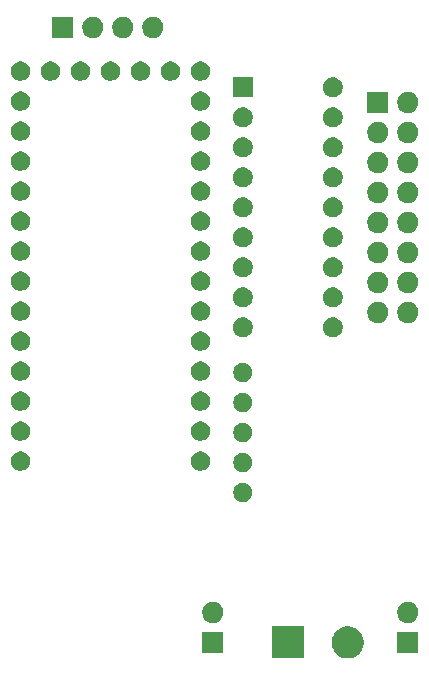
<source format=gbr>
G04 #@! TF.GenerationSoftware,KiCad,Pcbnew,(5.1.5)-3*
G04 #@! TF.CreationDate,2020-04-07T17:58:51+02:00*
G04 #@! TF.ProjectId,DrSquigglesController,44725371-7569-4676-976c-6573436f6e74,rev?*
G04 #@! TF.SameCoordinates,Original*
G04 #@! TF.FileFunction,Soldermask,Bot*
G04 #@! TF.FilePolarity,Negative*
%FSLAX46Y46*%
G04 Gerber Fmt 4.6, Leading zero omitted, Abs format (unit mm)*
G04 Created by KiCad (PCBNEW (5.1.5)-3) date 2020-04-07 17:58:51*
%MOMM*%
%LPD*%
G04 APERTURE LIST*
%ADD10C,0.100000*%
G04 APERTURE END LIST*
D10*
G36*
X136284072Y-110460918D02*
G01*
X136529939Y-110562759D01*
X136751212Y-110710610D01*
X136939390Y-110898788D01*
X137087241Y-111120061D01*
X137189082Y-111365928D01*
X137241000Y-111626938D01*
X137241000Y-111893062D01*
X137189082Y-112154072D01*
X137087241Y-112399939D01*
X136939390Y-112621212D01*
X136751212Y-112809390D01*
X136529939Y-112957241D01*
X136529938Y-112957242D01*
X136529937Y-112957242D01*
X136284072Y-113059082D01*
X136023063Y-113111000D01*
X135756937Y-113111000D01*
X135495928Y-113059082D01*
X135250063Y-112957242D01*
X135250062Y-112957242D01*
X135250061Y-112957241D01*
X135028788Y-112809390D01*
X134840610Y-112621212D01*
X134692759Y-112399939D01*
X134590918Y-112154072D01*
X134539000Y-111893062D01*
X134539000Y-111626938D01*
X134590918Y-111365928D01*
X134692759Y-111120061D01*
X134840610Y-110898788D01*
X135028788Y-110710610D01*
X135250061Y-110562759D01*
X135495928Y-110460918D01*
X135756937Y-110409000D01*
X136023063Y-110409000D01*
X136284072Y-110460918D01*
G37*
G36*
X132161000Y-113111000D02*
G01*
X129459000Y-113111000D01*
X129459000Y-110409000D01*
X132161000Y-110409000D01*
X132161000Y-113111000D01*
G37*
G36*
X125361000Y-112661000D02*
G01*
X123559000Y-112661000D01*
X123559000Y-110859000D01*
X125361000Y-110859000D01*
X125361000Y-112661000D01*
G37*
G36*
X141871000Y-112661000D02*
G01*
X140069000Y-112661000D01*
X140069000Y-110859000D01*
X141871000Y-110859000D01*
X141871000Y-112661000D01*
G37*
G36*
X141083512Y-108323927D02*
G01*
X141232812Y-108353624D01*
X141396784Y-108421544D01*
X141544354Y-108520147D01*
X141669853Y-108645646D01*
X141768456Y-108793216D01*
X141836376Y-108957188D01*
X141871000Y-109131259D01*
X141871000Y-109308741D01*
X141836376Y-109482812D01*
X141768456Y-109646784D01*
X141669853Y-109794354D01*
X141544354Y-109919853D01*
X141396784Y-110018456D01*
X141232812Y-110086376D01*
X141083512Y-110116073D01*
X141058742Y-110121000D01*
X140881258Y-110121000D01*
X140856488Y-110116073D01*
X140707188Y-110086376D01*
X140543216Y-110018456D01*
X140395646Y-109919853D01*
X140270147Y-109794354D01*
X140171544Y-109646784D01*
X140103624Y-109482812D01*
X140069000Y-109308741D01*
X140069000Y-109131259D01*
X140103624Y-108957188D01*
X140171544Y-108793216D01*
X140270147Y-108645646D01*
X140395646Y-108520147D01*
X140543216Y-108421544D01*
X140707188Y-108353624D01*
X140856488Y-108323927D01*
X140881258Y-108319000D01*
X141058742Y-108319000D01*
X141083512Y-108323927D01*
G37*
G36*
X124573512Y-108323927D02*
G01*
X124722812Y-108353624D01*
X124886784Y-108421544D01*
X125034354Y-108520147D01*
X125159853Y-108645646D01*
X125258456Y-108793216D01*
X125326376Y-108957188D01*
X125361000Y-109131259D01*
X125361000Y-109308741D01*
X125326376Y-109482812D01*
X125258456Y-109646784D01*
X125159853Y-109794354D01*
X125034354Y-109919853D01*
X124886784Y-110018456D01*
X124722812Y-110086376D01*
X124573512Y-110116073D01*
X124548742Y-110121000D01*
X124371258Y-110121000D01*
X124346488Y-110116073D01*
X124197188Y-110086376D01*
X124033216Y-110018456D01*
X123885646Y-109919853D01*
X123760147Y-109794354D01*
X123661544Y-109646784D01*
X123593624Y-109482812D01*
X123559000Y-109308741D01*
X123559000Y-109131259D01*
X123593624Y-108957188D01*
X123661544Y-108793216D01*
X123760147Y-108645646D01*
X123885646Y-108520147D01*
X124033216Y-108421544D01*
X124197188Y-108353624D01*
X124346488Y-108323927D01*
X124371258Y-108319000D01*
X124548742Y-108319000D01*
X124573512Y-108323927D01*
G37*
G36*
X127237142Y-98278242D02*
G01*
X127385101Y-98339529D01*
X127518255Y-98428499D01*
X127631501Y-98541745D01*
X127720471Y-98674899D01*
X127781758Y-98822858D01*
X127813000Y-98979925D01*
X127813000Y-99140075D01*
X127781758Y-99297142D01*
X127720471Y-99445101D01*
X127631501Y-99578255D01*
X127518255Y-99691501D01*
X127385101Y-99780471D01*
X127237142Y-99841758D01*
X127080075Y-99873000D01*
X126919925Y-99873000D01*
X126762858Y-99841758D01*
X126614899Y-99780471D01*
X126481745Y-99691501D01*
X126368499Y-99578255D01*
X126279529Y-99445101D01*
X126218242Y-99297142D01*
X126187000Y-99140075D01*
X126187000Y-98979925D01*
X126218242Y-98822858D01*
X126279529Y-98674899D01*
X126368499Y-98541745D01*
X126481745Y-98428499D01*
X126614899Y-98339529D01*
X126762858Y-98278242D01*
X126919925Y-98247000D01*
X127080075Y-98247000D01*
X127237142Y-98278242D01*
G37*
G36*
X127237142Y-95738242D02*
G01*
X127385101Y-95799529D01*
X127518255Y-95888499D01*
X127631501Y-96001745D01*
X127720471Y-96134899D01*
X127781758Y-96282858D01*
X127813000Y-96439925D01*
X127813000Y-96600075D01*
X127781758Y-96757142D01*
X127720471Y-96905101D01*
X127631501Y-97038255D01*
X127518255Y-97151501D01*
X127385101Y-97240471D01*
X127237142Y-97301758D01*
X127080075Y-97333000D01*
X126919925Y-97333000D01*
X126762858Y-97301758D01*
X126614899Y-97240471D01*
X126481745Y-97151501D01*
X126368499Y-97038255D01*
X126279529Y-96905101D01*
X126218242Y-96757142D01*
X126187000Y-96600075D01*
X126187000Y-96439925D01*
X126218242Y-96282858D01*
X126279529Y-96134899D01*
X126368499Y-96001745D01*
X126481745Y-95888499D01*
X126614899Y-95799529D01*
X126762858Y-95738242D01*
X126919925Y-95707000D01*
X127080075Y-95707000D01*
X127237142Y-95738242D01*
G37*
G36*
X108414141Y-95625241D02*
G01*
X108562100Y-95686528D01*
X108695254Y-95775498D01*
X108808500Y-95888744D01*
X108897470Y-96021898D01*
X108958757Y-96169857D01*
X108989999Y-96326924D01*
X108989999Y-96487074D01*
X108958757Y-96644141D01*
X108897470Y-96792100D01*
X108808500Y-96925254D01*
X108695254Y-97038500D01*
X108562100Y-97127470D01*
X108414141Y-97188757D01*
X108257074Y-97219999D01*
X108096924Y-97219999D01*
X107939857Y-97188757D01*
X107791898Y-97127470D01*
X107658744Y-97038500D01*
X107545498Y-96925254D01*
X107456528Y-96792100D01*
X107395241Y-96644141D01*
X107363999Y-96487074D01*
X107363999Y-96326924D01*
X107395241Y-96169857D01*
X107456528Y-96021898D01*
X107545498Y-95888744D01*
X107658744Y-95775498D01*
X107791898Y-95686528D01*
X107939857Y-95625241D01*
X108096924Y-95593999D01*
X108257074Y-95593999D01*
X108414141Y-95625241D01*
G37*
G36*
X123654141Y-95625241D02*
G01*
X123802100Y-95686528D01*
X123935254Y-95775498D01*
X124048500Y-95888744D01*
X124137470Y-96021898D01*
X124198757Y-96169857D01*
X124229999Y-96326924D01*
X124229999Y-96487074D01*
X124198757Y-96644141D01*
X124137470Y-96792100D01*
X124048500Y-96925254D01*
X123935254Y-97038500D01*
X123802100Y-97127470D01*
X123654141Y-97188757D01*
X123497074Y-97219999D01*
X123336924Y-97219999D01*
X123179857Y-97188757D01*
X123031898Y-97127470D01*
X122898744Y-97038500D01*
X122785498Y-96925254D01*
X122696528Y-96792100D01*
X122635241Y-96644141D01*
X122603999Y-96487074D01*
X122603999Y-96326924D01*
X122635241Y-96169857D01*
X122696528Y-96021898D01*
X122785498Y-95888744D01*
X122898744Y-95775498D01*
X123031898Y-95686528D01*
X123179857Y-95625241D01*
X123336924Y-95593999D01*
X123497074Y-95593999D01*
X123654141Y-95625241D01*
G37*
G36*
X127237142Y-93198242D02*
G01*
X127385101Y-93259529D01*
X127518255Y-93348499D01*
X127631501Y-93461745D01*
X127720471Y-93594899D01*
X127781758Y-93742858D01*
X127813000Y-93899925D01*
X127813000Y-94060075D01*
X127781758Y-94217142D01*
X127720471Y-94365101D01*
X127631501Y-94498255D01*
X127518255Y-94611501D01*
X127385101Y-94700471D01*
X127237142Y-94761758D01*
X127080075Y-94793000D01*
X126919925Y-94793000D01*
X126762858Y-94761758D01*
X126614899Y-94700471D01*
X126481745Y-94611501D01*
X126368499Y-94498255D01*
X126279529Y-94365101D01*
X126218242Y-94217142D01*
X126187000Y-94060075D01*
X126187000Y-93899925D01*
X126218242Y-93742858D01*
X126279529Y-93594899D01*
X126368499Y-93461745D01*
X126481745Y-93348499D01*
X126614899Y-93259529D01*
X126762858Y-93198242D01*
X126919925Y-93167000D01*
X127080075Y-93167000D01*
X127237142Y-93198242D01*
G37*
G36*
X123654141Y-93085241D02*
G01*
X123802100Y-93146528D01*
X123935254Y-93235498D01*
X124048500Y-93348744D01*
X124137470Y-93481898D01*
X124198757Y-93629857D01*
X124229999Y-93786924D01*
X124229999Y-93947074D01*
X124198757Y-94104141D01*
X124137470Y-94252100D01*
X124048500Y-94385254D01*
X123935254Y-94498500D01*
X123802100Y-94587470D01*
X123654141Y-94648757D01*
X123497074Y-94679999D01*
X123336924Y-94679999D01*
X123179857Y-94648757D01*
X123031898Y-94587470D01*
X122898744Y-94498500D01*
X122785498Y-94385254D01*
X122696528Y-94252100D01*
X122635241Y-94104141D01*
X122603999Y-93947074D01*
X122603999Y-93786924D01*
X122635241Y-93629857D01*
X122696528Y-93481898D01*
X122785498Y-93348744D01*
X122898744Y-93235498D01*
X123031898Y-93146528D01*
X123179857Y-93085241D01*
X123336924Y-93053999D01*
X123497074Y-93053999D01*
X123654141Y-93085241D01*
G37*
G36*
X108414141Y-93085241D02*
G01*
X108562100Y-93146528D01*
X108695254Y-93235498D01*
X108808500Y-93348744D01*
X108897470Y-93481898D01*
X108958757Y-93629857D01*
X108989999Y-93786924D01*
X108989999Y-93947074D01*
X108958757Y-94104141D01*
X108897470Y-94252100D01*
X108808500Y-94385254D01*
X108695254Y-94498500D01*
X108562100Y-94587470D01*
X108414141Y-94648757D01*
X108257074Y-94679999D01*
X108096924Y-94679999D01*
X107939857Y-94648757D01*
X107791898Y-94587470D01*
X107658744Y-94498500D01*
X107545498Y-94385254D01*
X107456528Y-94252100D01*
X107395241Y-94104141D01*
X107363999Y-93947074D01*
X107363999Y-93786924D01*
X107395241Y-93629857D01*
X107456528Y-93481898D01*
X107545498Y-93348744D01*
X107658744Y-93235498D01*
X107791898Y-93146528D01*
X107939857Y-93085241D01*
X108096924Y-93053999D01*
X108257074Y-93053999D01*
X108414141Y-93085241D01*
G37*
G36*
X127237142Y-90658242D02*
G01*
X127385101Y-90719529D01*
X127518255Y-90808499D01*
X127631501Y-90921745D01*
X127720471Y-91054899D01*
X127781758Y-91202858D01*
X127813000Y-91359925D01*
X127813000Y-91520075D01*
X127781758Y-91677142D01*
X127720471Y-91825101D01*
X127631501Y-91958255D01*
X127518255Y-92071501D01*
X127385101Y-92160471D01*
X127237142Y-92221758D01*
X127080075Y-92253000D01*
X126919925Y-92253000D01*
X126762858Y-92221758D01*
X126614899Y-92160471D01*
X126481745Y-92071501D01*
X126368499Y-91958255D01*
X126279529Y-91825101D01*
X126218242Y-91677142D01*
X126187000Y-91520075D01*
X126187000Y-91359925D01*
X126218242Y-91202858D01*
X126279529Y-91054899D01*
X126368499Y-90921745D01*
X126481745Y-90808499D01*
X126614899Y-90719529D01*
X126762858Y-90658242D01*
X126919925Y-90627000D01*
X127080075Y-90627000D01*
X127237142Y-90658242D01*
G37*
G36*
X108414141Y-90545241D02*
G01*
X108562100Y-90606528D01*
X108695254Y-90695498D01*
X108808500Y-90808744D01*
X108897470Y-90941898D01*
X108958757Y-91089857D01*
X108989999Y-91246924D01*
X108989999Y-91407074D01*
X108958757Y-91564141D01*
X108897470Y-91712100D01*
X108808500Y-91845254D01*
X108695254Y-91958500D01*
X108562100Y-92047470D01*
X108414141Y-92108757D01*
X108257074Y-92139999D01*
X108096924Y-92139999D01*
X107939857Y-92108757D01*
X107791898Y-92047470D01*
X107658744Y-91958500D01*
X107545498Y-91845254D01*
X107456528Y-91712100D01*
X107395241Y-91564141D01*
X107363999Y-91407074D01*
X107363999Y-91246924D01*
X107395241Y-91089857D01*
X107456528Y-90941898D01*
X107545498Y-90808744D01*
X107658744Y-90695498D01*
X107791898Y-90606528D01*
X107939857Y-90545241D01*
X108096924Y-90513999D01*
X108257074Y-90513999D01*
X108414141Y-90545241D01*
G37*
G36*
X123654141Y-90545241D02*
G01*
X123802100Y-90606528D01*
X123935254Y-90695498D01*
X124048500Y-90808744D01*
X124137470Y-90941898D01*
X124198757Y-91089857D01*
X124229999Y-91246924D01*
X124229999Y-91407074D01*
X124198757Y-91564141D01*
X124137470Y-91712100D01*
X124048500Y-91845254D01*
X123935254Y-91958500D01*
X123802100Y-92047470D01*
X123654141Y-92108757D01*
X123497074Y-92139999D01*
X123336924Y-92139999D01*
X123179857Y-92108757D01*
X123031898Y-92047470D01*
X122898744Y-91958500D01*
X122785498Y-91845254D01*
X122696528Y-91712100D01*
X122635241Y-91564141D01*
X122603999Y-91407074D01*
X122603999Y-91246924D01*
X122635241Y-91089857D01*
X122696528Y-90941898D01*
X122785498Y-90808744D01*
X122898744Y-90695498D01*
X123031898Y-90606528D01*
X123179857Y-90545241D01*
X123336924Y-90513999D01*
X123497074Y-90513999D01*
X123654141Y-90545241D01*
G37*
G36*
X127237142Y-88118242D02*
G01*
X127385101Y-88179529D01*
X127518255Y-88268499D01*
X127631501Y-88381745D01*
X127720471Y-88514899D01*
X127781758Y-88662858D01*
X127813000Y-88819925D01*
X127813000Y-88980075D01*
X127781758Y-89137142D01*
X127720471Y-89285101D01*
X127631501Y-89418255D01*
X127518255Y-89531501D01*
X127385101Y-89620471D01*
X127237142Y-89681758D01*
X127080075Y-89713000D01*
X126919925Y-89713000D01*
X126762858Y-89681758D01*
X126614899Y-89620471D01*
X126481745Y-89531501D01*
X126368499Y-89418255D01*
X126279529Y-89285101D01*
X126218242Y-89137142D01*
X126187000Y-88980075D01*
X126187000Y-88819925D01*
X126218242Y-88662858D01*
X126279529Y-88514899D01*
X126368499Y-88381745D01*
X126481745Y-88268499D01*
X126614899Y-88179529D01*
X126762858Y-88118242D01*
X126919925Y-88087000D01*
X127080075Y-88087000D01*
X127237142Y-88118242D01*
G37*
G36*
X108414141Y-88005241D02*
G01*
X108562100Y-88066528D01*
X108695254Y-88155498D01*
X108808500Y-88268744D01*
X108897470Y-88401898D01*
X108958757Y-88549857D01*
X108989999Y-88706924D01*
X108989999Y-88867074D01*
X108958757Y-89024141D01*
X108897470Y-89172100D01*
X108808500Y-89305254D01*
X108695254Y-89418500D01*
X108562100Y-89507470D01*
X108414141Y-89568757D01*
X108257074Y-89599999D01*
X108096924Y-89599999D01*
X107939857Y-89568757D01*
X107791898Y-89507470D01*
X107658744Y-89418500D01*
X107545498Y-89305254D01*
X107456528Y-89172100D01*
X107395241Y-89024141D01*
X107363999Y-88867074D01*
X107363999Y-88706924D01*
X107395241Y-88549857D01*
X107456528Y-88401898D01*
X107545498Y-88268744D01*
X107658744Y-88155498D01*
X107791898Y-88066528D01*
X107939857Y-88005241D01*
X108096924Y-87973999D01*
X108257074Y-87973999D01*
X108414141Y-88005241D01*
G37*
G36*
X123654141Y-88005241D02*
G01*
X123802100Y-88066528D01*
X123935254Y-88155498D01*
X124048500Y-88268744D01*
X124137470Y-88401898D01*
X124198757Y-88549857D01*
X124229999Y-88706924D01*
X124229999Y-88867074D01*
X124198757Y-89024141D01*
X124137470Y-89172100D01*
X124048500Y-89305254D01*
X123935254Y-89418500D01*
X123802100Y-89507470D01*
X123654141Y-89568757D01*
X123497074Y-89599999D01*
X123336924Y-89599999D01*
X123179857Y-89568757D01*
X123031898Y-89507470D01*
X122898744Y-89418500D01*
X122785498Y-89305254D01*
X122696528Y-89172100D01*
X122635241Y-89024141D01*
X122603999Y-88867074D01*
X122603999Y-88706924D01*
X122635241Y-88549857D01*
X122696528Y-88401898D01*
X122785498Y-88268744D01*
X122898744Y-88155498D01*
X123031898Y-88066528D01*
X123179857Y-88005241D01*
X123336924Y-87973999D01*
X123497074Y-87973999D01*
X123654141Y-88005241D01*
G37*
G36*
X123654141Y-85465241D02*
G01*
X123802100Y-85526528D01*
X123935254Y-85615498D01*
X124048500Y-85728744D01*
X124137470Y-85861898D01*
X124198757Y-86009857D01*
X124229999Y-86166924D01*
X124229999Y-86327074D01*
X124198757Y-86484141D01*
X124137470Y-86632100D01*
X124048500Y-86765254D01*
X123935254Y-86878500D01*
X123802100Y-86967470D01*
X123654141Y-87028757D01*
X123497074Y-87059999D01*
X123336924Y-87059999D01*
X123179857Y-87028757D01*
X123031898Y-86967470D01*
X122898744Y-86878500D01*
X122785498Y-86765254D01*
X122696528Y-86632100D01*
X122635241Y-86484141D01*
X122603999Y-86327074D01*
X122603999Y-86166924D01*
X122635241Y-86009857D01*
X122696528Y-85861898D01*
X122785498Y-85728744D01*
X122898744Y-85615498D01*
X123031898Y-85526528D01*
X123179857Y-85465241D01*
X123336924Y-85433999D01*
X123497074Y-85433999D01*
X123654141Y-85465241D01*
G37*
G36*
X108414141Y-85465241D02*
G01*
X108562100Y-85526528D01*
X108695254Y-85615498D01*
X108808500Y-85728744D01*
X108897470Y-85861898D01*
X108958757Y-86009857D01*
X108989999Y-86166924D01*
X108989999Y-86327074D01*
X108958757Y-86484141D01*
X108897470Y-86632100D01*
X108808500Y-86765254D01*
X108695254Y-86878500D01*
X108562100Y-86967470D01*
X108414141Y-87028757D01*
X108257074Y-87059999D01*
X108096924Y-87059999D01*
X107939857Y-87028757D01*
X107791898Y-86967470D01*
X107658744Y-86878500D01*
X107545498Y-86765254D01*
X107456528Y-86632100D01*
X107395241Y-86484141D01*
X107363999Y-86327074D01*
X107363999Y-86166924D01*
X107395241Y-86009857D01*
X107456528Y-85861898D01*
X107545498Y-85728744D01*
X107658744Y-85615498D01*
X107791898Y-85526528D01*
X107939857Y-85465241D01*
X108096924Y-85433999D01*
X108257074Y-85433999D01*
X108414141Y-85465241D01*
G37*
G36*
X127248228Y-84271703D02*
G01*
X127403100Y-84335853D01*
X127542481Y-84428985D01*
X127661015Y-84547519D01*
X127754147Y-84686900D01*
X127818297Y-84841772D01*
X127851000Y-85006184D01*
X127851000Y-85173816D01*
X127818297Y-85338228D01*
X127754147Y-85493100D01*
X127661015Y-85632481D01*
X127542481Y-85751015D01*
X127403100Y-85844147D01*
X127248228Y-85908297D01*
X127083816Y-85941000D01*
X126916184Y-85941000D01*
X126751772Y-85908297D01*
X126596900Y-85844147D01*
X126457519Y-85751015D01*
X126338985Y-85632481D01*
X126245853Y-85493100D01*
X126181703Y-85338228D01*
X126149000Y-85173816D01*
X126149000Y-85006184D01*
X126181703Y-84841772D01*
X126245853Y-84686900D01*
X126338985Y-84547519D01*
X126457519Y-84428985D01*
X126596900Y-84335853D01*
X126751772Y-84271703D01*
X126916184Y-84239000D01*
X127083816Y-84239000D01*
X127248228Y-84271703D01*
G37*
G36*
X134868228Y-84271703D02*
G01*
X135023100Y-84335853D01*
X135162481Y-84428985D01*
X135281015Y-84547519D01*
X135374147Y-84686900D01*
X135438297Y-84841772D01*
X135471000Y-85006184D01*
X135471000Y-85173816D01*
X135438297Y-85338228D01*
X135374147Y-85493100D01*
X135281015Y-85632481D01*
X135162481Y-85751015D01*
X135023100Y-85844147D01*
X134868228Y-85908297D01*
X134703816Y-85941000D01*
X134536184Y-85941000D01*
X134371772Y-85908297D01*
X134216900Y-85844147D01*
X134077519Y-85751015D01*
X133958985Y-85632481D01*
X133865853Y-85493100D01*
X133801703Y-85338228D01*
X133769000Y-85173816D01*
X133769000Y-85006184D01*
X133801703Y-84841772D01*
X133865853Y-84686900D01*
X133958985Y-84547519D01*
X134077519Y-84428985D01*
X134216900Y-84335853D01*
X134371772Y-84271703D01*
X134536184Y-84239000D01*
X134703816Y-84239000D01*
X134868228Y-84271703D01*
G37*
G36*
X138543512Y-82923927D02*
G01*
X138692812Y-82953624D01*
X138856784Y-83021544D01*
X139004354Y-83120147D01*
X139129853Y-83245646D01*
X139228456Y-83393216D01*
X139296376Y-83557188D01*
X139331000Y-83731259D01*
X139331000Y-83908741D01*
X139296376Y-84082812D01*
X139228456Y-84246784D01*
X139129853Y-84394354D01*
X139004354Y-84519853D01*
X138856784Y-84618456D01*
X138692812Y-84686376D01*
X138543512Y-84716073D01*
X138518742Y-84721000D01*
X138341258Y-84721000D01*
X138316488Y-84716073D01*
X138167188Y-84686376D01*
X138003216Y-84618456D01*
X137855646Y-84519853D01*
X137730147Y-84394354D01*
X137631544Y-84246784D01*
X137563624Y-84082812D01*
X137529000Y-83908741D01*
X137529000Y-83731259D01*
X137563624Y-83557188D01*
X137631544Y-83393216D01*
X137730147Y-83245646D01*
X137855646Y-83120147D01*
X138003216Y-83021544D01*
X138167188Y-82953624D01*
X138316488Y-82923927D01*
X138341258Y-82919000D01*
X138518742Y-82919000D01*
X138543512Y-82923927D01*
G37*
G36*
X141083512Y-82923927D02*
G01*
X141232812Y-82953624D01*
X141396784Y-83021544D01*
X141544354Y-83120147D01*
X141669853Y-83245646D01*
X141768456Y-83393216D01*
X141836376Y-83557188D01*
X141871000Y-83731259D01*
X141871000Y-83908741D01*
X141836376Y-84082812D01*
X141768456Y-84246784D01*
X141669853Y-84394354D01*
X141544354Y-84519853D01*
X141396784Y-84618456D01*
X141232812Y-84686376D01*
X141083512Y-84716073D01*
X141058742Y-84721000D01*
X140881258Y-84721000D01*
X140856488Y-84716073D01*
X140707188Y-84686376D01*
X140543216Y-84618456D01*
X140395646Y-84519853D01*
X140270147Y-84394354D01*
X140171544Y-84246784D01*
X140103624Y-84082812D01*
X140069000Y-83908741D01*
X140069000Y-83731259D01*
X140103624Y-83557188D01*
X140171544Y-83393216D01*
X140270147Y-83245646D01*
X140395646Y-83120147D01*
X140543216Y-83021544D01*
X140707188Y-82953624D01*
X140856488Y-82923927D01*
X140881258Y-82919000D01*
X141058742Y-82919000D01*
X141083512Y-82923927D01*
G37*
G36*
X123654141Y-82925241D02*
G01*
X123802100Y-82986528D01*
X123935254Y-83075498D01*
X124048500Y-83188744D01*
X124137470Y-83321898D01*
X124198757Y-83469857D01*
X124229999Y-83626924D01*
X124229999Y-83787074D01*
X124198757Y-83944141D01*
X124137470Y-84092100D01*
X124048500Y-84225254D01*
X123935254Y-84338500D01*
X123802100Y-84427470D01*
X123654141Y-84488757D01*
X123497074Y-84519999D01*
X123336924Y-84519999D01*
X123179857Y-84488757D01*
X123031898Y-84427470D01*
X122898744Y-84338500D01*
X122785498Y-84225254D01*
X122696528Y-84092100D01*
X122635241Y-83944141D01*
X122603999Y-83787074D01*
X122603999Y-83626924D01*
X122635241Y-83469857D01*
X122696528Y-83321898D01*
X122785498Y-83188744D01*
X122898744Y-83075498D01*
X123031898Y-82986528D01*
X123179857Y-82925241D01*
X123336924Y-82893999D01*
X123497074Y-82893999D01*
X123654141Y-82925241D01*
G37*
G36*
X108414141Y-82925241D02*
G01*
X108562100Y-82986528D01*
X108695254Y-83075498D01*
X108808500Y-83188744D01*
X108897470Y-83321898D01*
X108958757Y-83469857D01*
X108989999Y-83626924D01*
X108989999Y-83787074D01*
X108958757Y-83944141D01*
X108897470Y-84092100D01*
X108808500Y-84225254D01*
X108695254Y-84338500D01*
X108562100Y-84427470D01*
X108414141Y-84488757D01*
X108257074Y-84519999D01*
X108096924Y-84519999D01*
X107939857Y-84488757D01*
X107791898Y-84427470D01*
X107658744Y-84338500D01*
X107545498Y-84225254D01*
X107456528Y-84092100D01*
X107395241Y-83944141D01*
X107363999Y-83787074D01*
X107363999Y-83626924D01*
X107395241Y-83469857D01*
X107456528Y-83321898D01*
X107545498Y-83188744D01*
X107658744Y-83075498D01*
X107791898Y-82986528D01*
X107939857Y-82925241D01*
X108096924Y-82893999D01*
X108257074Y-82893999D01*
X108414141Y-82925241D01*
G37*
G36*
X134868228Y-81731703D02*
G01*
X135023100Y-81795853D01*
X135162481Y-81888985D01*
X135281015Y-82007519D01*
X135374147Y-82146900D01*
X135438297Y-82301772D01*
X135471000Y-82466184D01*
X135471000Y-82633816D01*
X135438297Y-82798228D01*
X135374147Y-82953100D01*
X135281015Y-83092481D01*
X135162481Y-83211015D01*
X135023100Y-83304147D01*
X134868228Y-83368297D01*
X134703816Y-83401000D01*
X134536184Y-83401000D01*
X134371772Y-83368297D01*
X134216900Y-83304147D01*
X134077519Y-83211015D01*
X133958985Y-83092481D01*
X133865853Y-82953100D01*
X133801703Y-82798228D01*
X133769000Y-82633816D01*
X133769000Y-82466184D01*
X133801703Y-82301772D01*
X133865853Y-82146900D01*
X133958985Y-82007519D01*
X134077519Y-81888985D01*
X134216900Y-81795853D01*
X134371772Y-81731703D01*
X134536184Y-81699000D01*
X134703816Y-81699000D01*
X134868228Y-81731703D01*
G37*
G36*
X127248228Y-81731703D02*
G01*
X127403100Y-81795853D01*
X127542481Y-81888985D01*
X127661015Y-82007519D01*
X127754147Y-82146900D01*
X127818297Y-82301772D01*
X127851000Y-82466184D01*
X127851000Y-82633816D01*
X127818297Y-82798228D01*
X127754147Y-82953100D01*
X127661015Y-83092481D01*
X127542481Y-83211015D01*
X127403100Y-83304147D01*
X127248228Y-83368297D01*
X127083816Y-83401000D01*
X126916184Y-83401000D01*
X126751772Y-83368297D01*
X126596900Y-83304147D01*
X126457519Y-83211015D01*
X126338985Y-83092481D01*
X126245853Y-82953100D01*
X126181703Y-82798228D01*
X126149000Y-82633816D01*
X126149000Y-82466184D01*
X126181703Y-82301772D01*
X126245853Y-82146900D01*
X126338985Y-82007519D01*
X126457519Y-81888985D01*
X126596900Y-81795853D01*
X126751772Y-81731703D01*
X126916184Y-81699000D01*
X127083816Y-81699000D01*
X127248228Y-81731703D01*
G37*
G36*
X138543512Y-80383927D02*
G01*
X138692812Y-80413624D01*
X138856784Y-80481544D01*
X139004354Y-80580147D01*
X139129853Y-80705646D01*
X139228456Y-80853216D01*
X139296376Y-81017188D01*
X139331000Y-81191259D01*
X139331000Y-81368741D01*
X139296376Y-81542812D01*
X139228456Y-81706784D01*
X139129853Y-81854354D01*
X139004354Y-81979853D01*
X138856784Y-82078456D01*
X138692812Y-82146376D01*
X138543512Y-82176073D01*
X138518742Y-82181000D01*
X138341258Y-82181000D01*
X138316488Y-82176073D01*
X138167188Y-82146376D01*
X138003216Y-82078456D01*
X137855646Y-81979853D01*
X137730147Y-81854354D01*
X137631544Y-81706784D01*
X137563624Y-81542812D01*
X137529000Y-81368741D01*
X137529000Y-81191259D01*
X137563624Y-81017188D01*
X137631544Y-80853216D01*
X137730147Y-80705646D01*
X137855646Y-80580147D01*
X138003216Y-80481544D01*
X138167188Y-80413624D01*
X138316488Y-80383927D01*
X138341258Y-80379000D01*
X138518742Y-80379000D01*
X138543512Y-80383927D01*
G37*
G36*
X141083512Y-80383927D02*
G01*
X141232812Y-80413624D01*
X141396784Y-80481544D01*
X141544354Y-80580147D01*
X141669853Y-80705646D01*
X141768456Y-80853216D01*
X141836376Y-81017188D01*
X141871000Y-81191259D01*
X141871000Y-81368741D01*
X141836376Y-81542812D01*
X141768456Y-81706784D01*
X141669853Y-81854354D01*
X141544354Y-81979853D01*
X141396784Y-82078456D01*
X141232812Y-82146376D01*
X141083512Y-82176073D01*
X141058742Y-82181000D01*
X140881258Y-82181000D01*
X140856488Y-82176073D01*
X140707188Y-82146376D01*
X140543216Y-82078456D01*
X140395646Y-81979853D01*
X140270147Y-81854354D01*
X140171544Y-81706784D01*
X140103624Y-81542812D01*
X140069000Y-81368741D01*
X140069000Y-81191259D01*
X140103624Y-81017188D01*
X140171544Y-80853216D01*
X140270147Y-80705646D01*
X140395646Y-80580147D01*
X140543216Y-80481544D01*
X140707188Y-80413624D01*
X140856488Y-80383927D01*
X140881258Y-80379000D01*
X141058742Y-80379000D01*
X141083512Y-80383927D01*
G37*
G36*
X123654141Y-80385241D02*
G01*
X123802100Y-80446528D01*
X123935254Y-80535498D01*
X124048500Y-80648744D01*
X124137470Y-80781898D01*
X124198757Y-80929857D01*
X124229999Y-81086924D01*
X124229999Y-81247074D01*
X124198757Y-81404141D01*
X124137470Y-81552100D01*
X124048500Y-81685254D01*
X123935254Y-81798500D01*
X123802100Y-81887470D01*
X123654141Y-81948757D01*
X123497074Y-81979999D01*
X123336924Y-81979999D01*
X123179857Y-81948757D01*
X123031898Y-81887470D01*
X122898744Y-81798500D01*
X122785498Y-81685254D01*
X122696528Y-81552100D01*
X122635241Y-81404141D01*
X122603999Y-81247074D01*
X122603999Y-81086924D01*
X122635241Y-80929857D01*
X122696528Y-80781898D01*
X122785498Y-80648744D01*
X122898744Y-80535498D01*
X123031898Y-80446528D01*
X123179857Y-80385241D01*
X123336924Y-80353999D01*
X123497074Y-80353999D01*
X123654141Y-80385241D01*
G37*
G36*
X108414141Y-80385241D02*
G01*
X108562100Y-80446528D01*
X108695254Y-80535498D01*
X108808500Y-80648744D01*
X108897470Y-80781898D01*
X108958757Y-80929857D01*
X108989999Y-81086924D01*
X108989999Y-81247074D01*
X108958757Y-81404141D01*
X108897470Y-81552100D01*
X108808500Y-81685254D01*
X108695254Y-81798500D01*
X108562100Y-81887470D01*
X108414141Y-81948757D01*
X108257074Y-81979999D01*
X108096924Y-81979999D01*
X107939857Y-81948757D01*
X107791898Y-81887470D01*
X107658744Y-81798500D01*
X107545498Y-81685254D01*
X107456528Y-81552100D01*
X107395241Y-81404141D01*
X107363999Y-81247074D01*
X107363999Y-81086924D01*
X107395241Y-80929857D01*
X107456528Y-80781898D01*
X107545498Y-80648744D01*
X107658744Y-80535498D01*
X107791898Y-80446528D01*
X107939857Y-80385241D01*
X108096924Y-80353999D01*
X108257074Y-80353999D01*
X108414141Y-80385241D01*
G37*
G36*
X134868228Y-79191703D02*
G01*
X135023100Y-79255853D01*
X135162481Y-79348985D01*
X135281015Y-79467519D01*
X135374147Y-79606900D01*
X135438297Y-79761772D01*
X135471000Y-79926184D01*
X135471000Y-80093816D01*
X135438297Y-80258228D01*
X135374147Y-80413100D01*
X135281015Y-80552481D01*
X135162481Y-80671015D01*
X135023100Y-80764147D01*
X134868228Y-80828297D01*
X134703816Y-80861000D01*
X134536184Y-80861000D01*
X134371772Y-80828297D01*
X134216900Y-80764147D01*
X134077519Y-80671015D01*
X133958985Y-80552481D01*
X133865853Y-80413100D01*
X133801703Y-80258228D01*
X133769000Y-80093816D01*
X133769000Y-79926184D01*
X133801703Y-79761772D01*
X133865853Y-79606900D01*
X133958985Y-79467519D01*
X134077519Y-79348985D01*
X134216900Y-79255853D01*
X134371772Y-79191703D01*
X134536184Y-79159000D01*
X134703816Y-79159000D01*
X134868228Y-79191703D01*
G37*
G36*
X127248228Y-79191703D02*
G01*
X127403100Y-79255853D01*
X127542481Y-79348985D01*
X127661015Y-79467519D01*
X127754147Y-79606900D01*
X127818297Y-79761772D01*
X127851000Y-79926184D01*
X127851000Y-80093816D01*
X127818297Y-80258228D01*
X127754147Y-80413100D01*
X127661015Y-80552481D01*
X127542481Y-80671015D01*
X127403100Y-80764147D01*
X127248228Y-80828297D01*
X127083816Y-80861000D01*
X126916184Y-80861000D01*
X126751772Y-80828297D01*
X126596900Y-80764147D01*
X126457519Y-80671015D01*
X126338985Y-80552481D01*
X126245853Y-80413100D01*
X126181703Y-80258228D01*
X126149000Y-80093816D01*
X126149000Y-79926184D01*
X126181703Y-79761772D01*
X126245853Y-79606900D01*
X126338985Y-79467519D01*
X126457519Y-79348985D01*
X126596900Y-79255853D01*
X126751772Y-79191703D01*
X126916184Y-79159000D01*
X127083816Y-79159000D01*
X127248228Y-79191703D01*
G37*
G36*
X141083512Y-77843927D02*
G01*
X141232812Y-77873624D01*
X141396784Y-77941544D01*
X141544354Y-78040147D01*
X141669853Y-78165646D01*
X141768456Y-78313216D01*
X141836376Y-78477188D01*
X141871000Y-78651259D01*
X141871000Y-78828741D01*
X141836376Y-79002812D01*
X141768456Y-79166784D01*
X141669853Y-79314354D01*
X141544354Y-79439853D01*
X141396784Y-79538456D01*
X141232812Y-79606376D01*
X141083512Y-79636073D01*
X141058742Y-79641000D01*
X140881258Y-79641000D01*
X140856488Y-79636073D01*
X140707188Y-79606376D01*
X140543216Y-79538456D01*
X140395646Y-79439853D01*
X140270147Y-79314354D01*
X140171544Y-79166784D01*
X140103624Y-79002812D01*
X140069000Y-78828741D01*
X140069000Y-78651259D01*
X140103624Y-78477188D01*
X140171544Y-78313216D01*
X140270147Y-78165646D01*
X140395646Y-78040147D01*
X140543216Y-77941544D01*
X140707188Y-77873624D01*
X140856488Y-77843927D01*
X140881258Y-77839000D01*
X141058742Y-77839000D01*
X141083512Y-77843927D01*
G37*
G36*
X138543512Y-77843927D02*
G01*
X138692812Y-77873624D01*
X138856784Y-77941544D01*
X139004354Y-78040147D01*
X139129853Y-78165646D01*
X139228456Y-78313216D01*
X139296376Y-78477188D01*
X139331000Y-78651259D01*
X139331000Y-78828741D01*
X139296376Y-79002812D01*
X139228456Y-79166784D01*
X139129853Y-79314354D01*
X139004354Y-79439853D01*
X138856784Y-79538456D01*
X138692812Y-79606376D01*
X138543512Y-79636073D01*
X138518742Y-79641000D01*
X138341258Y-79641000D01*
X138316488Y-79636073D01*
X138167188Y-79606376D01*
X138003216Y-79538456D01*
X137855646Y-79439853D01*
X137730147Y-79314354D01*
X137631544Y-79166784D01*
X137563624Y-79002812D01*
X137529000Y-78828741D01*
X137529000Y-78651259D01*
X137563624Y-78477188D01*
X137631544Y-78313216D01*
X137730147Y-78165646D01*
X137855646Y-78040147D01*
X138003216Y-77941544D01*
X138167188Y-77873624D01*
X138316488Y-77843927D01*
X138341258Y-77839000D01*
X138518742Y-77839000D01*
X138543512Y-77843927D01*
G37*
G36*
X108414141Y-77845241D02*
G01*
X108562100Y-77906528D01*
X108695254Y-77995498D01*
X108808500Y-78108744D01*
X108897470Y-78241898D01*
X108958757Y-78389857D01*
X108989999Y-78546924D01*
X108989999Y-78707074D01*
X108958757Y-78864141D01*
X108897470Y-79012100D01*
X108808500Y-79145254D01*
X108695254Y-79258500D01*
X108562100Y-79347470D01*
X108414141Y-79408757D01*
X108257074Y-79439999D01*
X108096924Y-79439999D01*
X107939857Y-79408757D01*
X107791898Y-79347470D01*
X107658744Y-79258500D01*
X107545498Y-79145254D01*
X107456528Y-79012100D01*
X107395241Y-78864141D01*
X107363999Y-78707074D01*
X107363999Y-78546924D01*
X107395241Y-78389857D01*
X107456528Y-78241898D01*
X107545498Y-78108744D01*
X107658744Y-77995498D01*
X107791898Y-77906528D01*
X107939857Y-77845241D01*
X108096924Y-77813999D01*
X108257074Y-77813999D01*
X108414141Y-77845241D01*
G37*
G36*
X123654141Y-77845241D02*
G01*
X123802100Y-77906528D01*
X123935254Y-77995498D01*
X124048500Y-78108744D01*
X124137470Y-78241898D01*
X124198757Y-78389857D01*
X124229999Y-78546924D01*
X124229999Y-78707074D01*
X124198757Y-78864141D01*
X124137470Y-79012100D01*
X124048500Y-79145254D01*
X123935254Y-79258500D01*
X123802100Y-79347470D01*
X123654141Y-79408757D01*
X123497074Y-79439999D01*
X123336924Y-79439999D01*
X123179857Y-79408757D01*
X123031898Y-79347470D01*
X122898744Y-79258500D01*
X122785498Y-79145254D01*
X122696528Y-79012100D01*
X122635241Y-78864141D01*
X122603999Y-78707074D01*
X122603999Y-78546924D01*
X122635241Y-78389857D01*
X122696528Y-78241898D01*
X122785498Y-78108744D01*
X122898744Y-77995498D01*
X123031898Y-77906528D01*
X123179857Y-77845241D01*
X123336924Y-77813999D01*
X123497074Y-77813999D01*
X123654141Y-77845241D01*
G37*
G36*
X127248228Y-76651703D02*
G01*
X127403100Y-76715853D01*
X127542481Y-76808985D01*
X127661015Y-76927519D01*
X127754147Y-77066900D01*
X127818297Y-77221772D01*
X127851000Y-77386184D01*
X127851000Y-77553816D01*
X127818297Y-77718228D01*
X127754147Y-77873100D01*
X127661015Y-78012481D01*
X127542481Y-78131015D01*
X127403100Y-78224147D01*
X127248228Y-78288297D01*
X127083816Y-78321000D01*
X126916184Y-78321000D01*
X126751772Y-78288297D01*
X126596900Y-78224147D01*
X126457519Y-78131015D01*
X126338985Y-78012481D01*
X126245853Y-77873100D01*
X126181703Y-77718228D01*
X126149000Y-77553816D01*
X126149000Y-77386184D01*
X126181703Y-77221772D01*
X126245853Y-77066900D01*
X126338985Y-76927519D01*
X126457519Y-76808985D01*
X126596900Y-76715853D01*
X126751772Y-76651703D01*
X126916184Y-76619000D01*
X127083816Y-76619000D01*
X127248228Y-76651703D01*
G37*
G36*
X134868228Y-76651703D02*
G01*
X135023100Y-76715853D01*
X135162481Y-76808985D01*
X135281015Y-76927519D01*
X135374147Y-77066900D01*
X135438297Y-77221772D01*
X135471000Y-77386184D01*
X135471000Y-77553816D01*
X135438297Y-77718228D01*
X135374147Y-77873100D01*
X135281015Y-78012481D01*
X135162481Y-78131015D01*
X135023100Y-78224147D01*
X134868228Y-78288297D01*
X134703816Y-78321000D01*
X134536184Y-78321000D01*
X134371772Y-78288297D01*
X134216900Y-78224147D01*
X134077519Y-78131015D01*
X133958985Y-78012481D01*
X133865853Y-77873100D01*
X133801703Y-77718228D01*
X133769000Y-77553816D01*
X133769000Y-77386184D01*
X133801703Y-77221772D01*
X133865853Y-77066900D01*
X133958985Y-76927519D01*
X134077519Y-76808985D01*
X134216900Y-76715853D01*
X134371772Y-76651703D01*
X134536184Y-76619000D01*
X134703816Y-76619000D01*
X134868228Y-76651703D01*
G37*
G36*
X138543512Y-75303927D02*
G01*
X138692812Y-75333624D01*
X138856784Y-75401544D01*
X139004354Y-75500147D01*
X139129853Y-75625646D01*
X139228456Y-75773216D01*
X139296376Y-75937188D01*
X139331000Y-76111259D01*
X139331000Y-76288741D01*
X139296376Y-76462812D01*
X139228456Y-76626784D01*
X139129853Y-76774354D01*
X139004354Y-76899853D01*
X138856784Y-76998456D01*
X138692812Y-77066376D01*
X138543512Y-77096073D01*
X138518742Y-77101000D01*
X138341258Y-77101000D01*
X138316488Y-77096073D01*
X138167188Y-77066376D01*
X138003216Y-76998456D01*
X137855646Y-76899853D01*
X137730147Y-76774354D01*
X137631544Y-76626784D01*
X137563624Y-76462812D01*
X137529000Y-76288741D01*
X137529000Y-76111259D01*
X137563624Y-75937188D01*
X137631544Y-75773216D01*
X137730147Y-75625646D01*
X137855646Y-75500147D01*
X138003216Y-75401544D01*
X138167188Y-75333624D01*
X138316488Y-75303927D01*
X138341258Y-75299000D01*
X138518742Y-75299000D01*
X138543512Y-75303927D01*
G37*
G36*
X141083512Y-75303927D02*
G01*
X141232812Y-75333624D01*
X141396784Y-75401544D01*
X141544354Y-75500147D01*
X141669853Y-75625646D01*
X141768456Y-75773216D01*
X141836376Y-75937188D01*
X141871000Y-76111259D01*
X141871000Y-76288741D01*
X141836376Y-76462812D01*
X141768456Y-76626784D01*
X141669853Y-76774354D01*
X141544354Y-76899853D01*
X141396784Y-76998456D01*
X141232812Y-77066376D01*
X141083512Y-77096073D01*
X141058742Y-77101000D01*
X140881258Y-77101000D01*
X140856488Y-77096073D01*
X140707188Y-77066376D01*
X140543216Y-76998456D01*
X140395646Y-76899853D01*
X140270147Y-76774354D01*
X140171544Y-76626784D01*
X140103624Y-76462812D01*
X140069000Y-76288741D01*
X140069000Y-76111259D01*
X140103624Y-75937188D01*
X140171544Y-75773216D01*
X140270147Y-75625646D01*
X140395646Y-75500147D01*
X140543216Y-75401544D01*
X140707188Y-75333624D01*
X140856488Y-75303927D01*
X140881258Y-75299000D01*
X141058742Y-75299000D01*
X141083512Y-75303927D01*
G37*
G36*
X123654141Y-75305241D02*
G01*
X123802100Y-75366528D01*
X123935254Y-75455498D01*
X124048500Y-75568744D01*
X124137470Y-75701898D01*
X124198757Y-75849857D01*
X124229999Y-76006924D01*
X124229999Y-76167074D01*
X124198757Y-76324141D01*
X124137470Y-76472100D01*
X124048500Y-76605254D01*
X123935254Y-76718500D01*
X123802100Y-76807470D01*
X123654141Y-76868757D01*
X123497074Y-76899999D01*
X123336924Y-76899999D01*
X123179857Y-76868757D01*
X123031898Y-76807470D01*
X122898744Y-76718500D01*
X122785498Y-76605254D01*
X122696528Y-76472100D01*
X122635241Y-76324141D01*
X122603999Y-76167074D01*
X122603999Y-76006924D01*
X122635241Y-75849857D01*
X122696528Y-75701898D01*
X122785498Y-75568744D01*
X122898744Y-75455498D01*
X123031898Y-75366528D01*
X123179857Y-75305241D01*
X123336924Y-75273999D01*
X123497074Y-75273999D01*
X123654141Y-75305241D01*
G37*
G36*
X108414141Y-75305241D02*
G01*
X108562100Y-75366528D01*
X108695254Y-75455498D01*
X108808500Y-75568744D01*
X108897470Y-75701898D01*
X108958757Y-75849857D01*
X108989999Y-76006924D01*
X108989999Y-76167074D01*
X108958757Y-76324141D01*
X108897470Y-76472100D01*
X108808500Y-76605254D01*
X108695254Y-76718500D01*
X108562100Y-76807470D01*
X108414141Y-76868757D01*
X108257074Y-76899999D01*
X108096924Y-76899999D01*
X107939857Y-76868757D01*
X107791898Y-76807470D01*
X107658744Y-76718500D01*
X107545498Y-76605254D01*
X107456528Y-76472100D01*
X107395241Y-76324141D01*
X107363999Y-76167074D01*
X107363999Y-76006924D01*
X107395241Y-75849857D01*
X107456528Y-75701898D01*
X107545498Y-75568744D01*
X107658744Y-75455498D01*
X107791898Y-75366528D01*
X107939857Y-75305241D01*
X108096924Y-75273999D01*
X108257074Y-75273999D01*
X108414141Y-75305241D01*
G37*
G36*
X127248228Y-74111703D02*
G01*
X127403100Y-74175853D01*
X127542481Y-74268985D01*
X127661015Y-74387519D01*
X127754147Y-74526900D01*
X127818297Y-74681772D01*
X127851000Y-74846184D01*
X127851000Y-75013816D01*
X127818297Y-75178228D01*
X127754147Y-75333100D01*
X127661015Y-75472481D01*
X127542481Y-75591015D01*
X127403100Y-75684147D01*
X127248228Y-75748297D01*
X127083816Y-75781000D01*
X126916184Y-75781000D01*
X126751772Y-75748297D01*
X126596900Y-75684147D01*
X126457519Y-75591015D01*
X126338985Y-75472481D01*
X126245853Y-75333100D01*
X126181703Y-75178228D01*
X126149000Y-75013816D01*
X126149000Y-74846184D01*
X126181703Y-74681772D01*
X126245853Y-74526900D01*
X126338985Y-74387519D01*
X126457519Y-74268985D01*
X126596900Y-74175853D01*
X126751772Y-74111703D01*
X126916184Y-74079000D01*
X127083816Y-74079000D01*
X127248228Y-74111703D01*
G37*
G36*
X134868228Y-74111703D02*
G01*
X135023100Y-74175853D01*
X135162481Y-74268985D01*
X135281015Y-74387519D01*
X135374147Y-74526900D01*
X135438297Y-74681772D01*
X135471000Y-74846184D01*
X135471000Y-75013816D01*
X135438297Y-75178228D01*
X135374147Y-75333100D01*
X135281015Y-75472481D01*
X135162481Y-75591015D01*
X135023100Y-75684147D01*
X134868228Y-75748297D01*
X134703816Y-75781000D01*
X134536184Y-75781000D01*
X134371772Y-75748297D01*
X134216900Y-75684147D01*
X134077519Y-75591015D01*
X133958985Y-75472481D01*
X133865853Y-75333100D01*
X133801703Y-75178228D01*
X133769000Y-75013816D01*
X133769000Y-74846184D01*
X133801703Y-74681772D01*
X133865853Y-74526900D01*
X133958985Y-74387519D01*
X134077519Y-74268985D01*
X134216900Y-74175853D01*
X134371772Y-74111703D01*
X134536184Y-74079000D01*
X134703816Y-74079000D01*
X134868228Y-74111703D01*
G37*
G36*
X141083512Y-72763927D02*
G01*
X141232812Y-72793624D01*
X141396784Y-72861544D01*
X141544354Y-72960147D01*
X141669853Y-73085646D01*
X141768456Y-73233216D01*
X141836376Y-73397188D01*
X141871000Y-73571259D01*
X141871000Y-73748741D01*
X141836376Y-73922812D01*
X141768456Y-74086784D01*
X141669853Y-74234354D01*
X141544354Y-74359853D01*
X141396784Y-74458456D01*
X141232812Y-74526376D01*
X141083512Y-74556073D01*
X141058742Y-74561000D01*
X140881258Y-74561000D01*
X140856488Y-74556073D01*
X140707188Y-74526376D01*
X140543216Y-74458456D01*
X140395646Y-74359853D01*
X140270147Y-74234354D01*
X140171544Y-74086784D01*
X140103624Y-73922812D01*
X140069000Y-73748741D01*
X140069000Y-73571259D01*
X140103624Y-73397188D01*
X140171544Y-73233216D01*
X140270147Y-73085646D01*
X140395646Y-72960147D01*
X140543216Y-72861544D01*
X140707188Y-72793624D01*
X140856488Y-72763927D01*
X140881258Y-72759000D01*
X141058742Y-72759000D01*
X141083512Y-72763927D01*
G37*
G36*
X138543512Y-72763927D02*
G01*
X138692812Y-72793624D01*
X138856784Y-72861544D01*
X139004354Y-72960147D01*
X139129853Y-73085646D01*
X139228456Y-73233216D01*
X139296376Y-73397188D01*
X139331000Y-73571259D01*
X139331000Y-73748741D01*
X139296376Y-73922812D01*
X139228456Y-74086784D01*
X139129853Y-74234354D01*
X139004354Y-74359853D01*
X138856784Y-74458456D01*
X138692812Y-74526376D01*
X138543512Y-74556073D01*
X138518742Y-74561000D01*
X138341258Y-74561000D01*
X138316488Y-74556073D01*
X138167188Y-74526376D01*
X138003216Y-74458456D01*
X137855646Y-74359853D01*
X137730147Y-74234354D01*
X137631544Y-74086784D01*
X137563624Y-73922812D01*
X137529000Y-73748741D01*
X137529000Y-73571259D01*
X137563624Y-73397188D01*
X137631544Y-73233216D01*
X137730147Y-73085646D01*
X137855646Y-72960147D01*
X138003216Y-72861544D01*
X138167188Y-72793624D01*
X138316488Y-72763927D01*
X138341258Y-72759000D01*
X138518742Y-72759000D01*
X138543512Y-72763927D01*
G37*
G36*
X108414141Y-72765241D02*
G01*
X108562100Y-72826528D01*
X108695254Y-72915498D01*
X108808500Y-73028744D01*
X108897470Y-73161898D01*
X108958757Y-73309857D01*
X108989999Y-73466924D01*
X108989999Y-73627074D01*
X108958757Y-73784141D01*
X108897470Y-73932100D01*
X108808500Y-74065254D01*
X108695254Y-74178500D01*
X108562100Y-74267470D01*
X108414141Y-74328757D01*
X108257074Y-74359999D01*
X108096924Y-74359999D01*
X107939857Y-74328757D01*
X107791898Y-74267470D01*
X107658744Y-74178500D01*
X107545498Y-74065254D01*
X107456528Y-73932100D01*
X107395241Y-73784141D01*
X107363999Y-73627074D01*
X107363999Y-73466924D01*
X107395241Y-73309857D01*
X107456528Y-73161898D01*
X107545498Y-73028744D01*
X107658744Y-72915498D01*
X107791898Y-72826528D01*
X107939857Y-72765241D01*
X108096924Y-72733999D01*
X108257074Y-72733999D01*
X108414141Y-72765241D01*
G37*
G36*
X123654141Y-72765241D02*
G01*
X123802100Y-72826528D01*
X123935254Y-72915498D01*
X124048500Y-73028744D01*
X124137470Y-73161898D01*
X124198757Y-73309857D01*
X124229999Y-73466924D01*
X124229999Y-73627074D01*
X124198757Y-73784141D01*
X124137470Y-73932100D01*
X124048500Y-74065254D01*
X123935254Y-74178500D01*
X123802100Y-74267470D01*
X123654141Y-74328757D01*
X123497074Y-74359999D01*
X123336924Y-74359999D01*
X123179857Y-74328757D01*
X123031898Y-74267470D01*
X122898744Y-74178500D01*
X122785498Y-74065254D01*
X122696528Y-73932100D01*
X122635241Y-73784141D01*
X122603999Y-73627074D01*
X122603999Y-73466924D01*
X122635241Y-73309857D01*
X122696528Y-73161898D01*
X122785498Y-73028744D01*
X122898744Y-72915498D01*
X123031898Y-72826528D01*
X123179857Y-72765241D01*
X123336924Y-72733999D01*
X123497074Y-72733999D01*
X123654141Y-72765241D01*
G37*
G36*
X134868228Y-71571703D02*
G01*
X135023100Y-71635853D01*
X135162481Y-71728985D01*
X135281015Y-71847519D01*
X135374147Y-71986900D01*
X135438297Y-72141772D01*
X135471000Y-72306184D01*
X135471000Y-72473816D01*
X135438297Y-72638228D01*
X135374147Y-72793100D01*
X135281015Y-72932481D01*
X135162481Y-73051015D01*
X135023100Y-73144147D01*
X134868228Y-73208297D01*
X134703816Y-73241000D01*
X134536184Y-73241000D01*
X134371772Y-73208297D01*
X134216900Y-73144147D01*
X134077519Y-73051015D01*
X133958985Y-72932481D01*
X133865853Y-72793100D01*
X133801703Y-72638228D01*
X133769000Y-72473816D01*
X133769000Y-72306184D01*
X133801703Y-72141772D01*
X133865853Y-71986900D01*
X133958985Y-71847519D01*
X134077519Y-71728985D01*
X134216900Y-71635853D01*
X134371772Y-71571703D01*
X134536184Y-71539000D01*
X134703816Y-71539000D01*
X134868228Y-71571703D01*
G37*
G36*
X127248228Y-71571703D02*
G01*
X127403100Y-71635853D01*
X127542481Y-71728985D01*
X127661015Y-71847519D01*
X127754147Y-71986900D01*
X127818297Y-72141772D01*
X127851000Y-72306184D01*
X127851000Y-72473816D01*
X127818297Y-72638228D01*
X127754147Y-72793100D01*
X127661015Y-72932481D01*
X127542481Y-73051015D01*
X127403100Y-73144147D01*
X127248228Y-73208297D01*
X127083816Y-73241000D01*
X126916184Y-73241000D01*
X126751772Y-73208297D01*
X126596900Y-73144147D01*
X126457519Y-73051015D01*
X126338985Y-72932481D01*
X126245853Y-72793100D01*
X126181703Y-72638228D01*
X126149000Y-72473816D01*
X126149000Y-72306184D01*
X126181703Y-72141772D01*
X126245853Y-71986900D01*
X126338985Y-71847519D01*
X126457519Y-71728985D01*
X126596900Y-71635853D01*
X126751772Y-71571703D01*
X126916184Y-71539000D01*
X127083816Y-71539000D01*
X127248228Y-71571703D01*
G37*
G36*
X141083512Y-70223927D02*
G01*
X141232812Y-70253624D01*
X141396784Y-70321544D01*
X141544354Y-70420147D01*
X141669853Y-70545646D01*
X141768456Y-70693216D01*
X141836376Y-70857188D01*
X141871000Y-71031259D01*
X141871000Y-71208741D01*
X141836376Y-71382812D01*
X141768456Y-71546784D01*
X141669853Y-71694354D01*
X141544354Y-71819853D01*
X141396784Y-71918456D01*
X141232812Y-71986376D01*
X141083512Y-72016073D01*
X141058742Y-72021000D01*
X140881258Y-72021000D01*
X140856488Y-72016073D01*
X140707188Y-71986376D01*
X140543216Y-71918456D01*
X140395646Y-71819853D01*
X140270147Y-71694354D01*
X140171544Y-71546784D01*
X140103624Y-71382812D01*
X140069000Y-71208741D01*
X140069000Y-71031259D01*
X140103624Y-70857188D01*
X140171544Y-70693216D01*
X140270147Y-70545646D01*
X140395646Y-70420147D01*
X140543216Y-70321544D01*
X140707188Y-70253624D01*
X140856488Y-70223927D01*
X140881258Y-70219000D01*
X141058742Y-70219000D01*
X141083512Y-70223927D01*
G37*
G36*
X138543512Y-70223927D02*
G01*
X138692812Y-70253624D01*
X138856784Y-70321544D01*
X139004354Y-70420147D01*
X139129853Y-70545646D01*
X139228456Y-70693216D01*
X139296376Y-70857188D01*
X139331000Y-71031259D01*
X139331000Y-71208741D01*
X139296376Y-71382812D01*
X139228456Y-71546784D01*
X139129853Y-71694354D01*
X139004354Y-71819853D01*
X138856784Y-71918456D01*
X138692812Y-71986376D01*
X138543512Y-72016073D01*
X138518742Y-72021000D01*
X138341258Y-72021000D01*
X138316488Y-72016073D01*
X138167188Y-71986376D01*
X138003216Y-71918456D01*
X137855646Y-71819853D01*
X137730147Y-71694354D01*
X137631544Y-71546784D01*
X137563624Y-71382812D01*
X137529000Y-71208741D01*
X137529000Y-71031259D01*
X137563624Y-70857188D01*
X137631544Y-70693216D01*
X137730147Y-70545646D01*
X137855646Y-70420147D01*
X138003216Y-70321544D01*
X138167188Y-70253624D01*
X138316488Y-70223927D01*
X138341258Y-70219000D01*
X138518742Y-70219000D01*
X138543512Y-70223927D01*
G37*
G36*
X123654141Y-70225241D02*
G01*
X123802100Y-70286528D01*
X123935254Y-70375498D01*
X124048500Y-70488744D01*
X124137470Y-70621898D01*
X124198757Y-70769857D01*
X124229999Y-70926924D01*
X124229999Y-71087074D01*
X124198757Y-71244141D01*
X124137470Y-71392100D01*
X124048500Y-71525254D01*
X123935254Y-71638500D01*
X123802100Y-71727470D01*
X123654141Y-71788757D01*
X123497074Y-71819999D01*
X123336924Y-71819999D01*
X123179857Y-71788757D01*
X123031898Y-71727470D01*
X122898744Y-71638500D01*
X122785498Y-71525254D01*
X122696528Y-71392100D01*
X122635241Y-71244141D01*
X122603999Y-71087074D01*
X122603999Y-70926924D01*
X122635241Y-70769857D01*
X122696528Y-70621898D01*
X122785498Y-70488744D01*
X122898744Y-70375498D01*
X123031898Y-70286528D01*
X123179857Y-70225241D01*
X123336924Y-70193999D01*
X123497074Y-70193999D01*
X123654141Y-70225241D01*
G37*
G36*
X108414141Y-70225241D02*
G01*
X108562100Y-70286528D01*
X108695254Y-70375498D01*
X108808500Y-70488744D01*
X108897470Y-70621898D01*
X108958757Y-70769857D01*
X108989999Y-70926924D01*
X108989999Y-71087074D01*
X108958757Y-71244141D01*
X108897470Y-71392100D01*
X108808500Y-71525254D01*
X108695254Y-71638500D01*
X108562100Y-71727470D01*
X108414141Y-71788757D01*
X108257074Y-71819999D01*
X108096924Y-71819999D01*
X107939857Y-71788757D01*
X107791898Y-71727470D01*
X107658744Y-71638500D01*
X107545498Y-71525254D01*
X107456528Y-71392100D01*
X107395241Y-71244141D01*
X107363999Y-71087074D01*
X107363999Y-70926924D01*
X107395241Y-70769857D01*
X107456528Y-70621898D01*
X107545498Y-70488744D01*
X107658744Y-70375498D01*
X107791898Y-70286528D01*
X107939857Y-70225241D01*
X108096924Y-70193999D01*
X108257074Y-70193999D01*
X108414141Y-70225241D01*
G37*
G36*
X134868228Y-69031703D02*
G01*
X135023100Y-69095853D01*
X135162481Y-69188985D01*
X135281015Y-69307519D01*
X135374147Y-69446900D01*
X135438297Y-69601772D01*
X135471000Y-69766184D01*
X135471000Y-69933816D01*
X135438297Y-70098228D01*
X135374147Y-70253100D01*
X135281015Y-70392481D01*
X135162481Y-70511015D01*
X135023100Y-70604147D01*
X134868228Y-70668297D01*
X134703816Y-70701000D01*
X134536184Y-70701000D01*
X134371772Y-70668297D01*
X134216900Y-70604147D01*
X134077519Y-70511015D01*
X133958985Y-70392481D01*
X133865853Y-70253100D01*
X133801703Y-70098228D01*
X133769000Y-69933816D01*
X133769000Y-69766184D01*
X133801703Y-69601772D01*
X133865853Y-69446900D01*
X133958985Y-69307519D01*
X134077519Y-69188985D01*
X134216900Y-69095853D01*
X134371772Y-69031703D01*
X134536184Y-68999000D01*
X134703816Y-68999000D01*
X134868228Y-69031703D01*
G37*
G36*
X127248228Y-69031703D02*
G01*
X127403100Y-69095853D01*
X127542481Y-69188985D01*
X127661015Y-69307519D01*
X127754147Y-69446900D01*
X127818297Y-69601772D01*
X127851000Y-69766184D01*
X127851000Y-69933816D01*
X127818297Y-70098228D01*
X127754147Y-70253100D01*
X127661015Y-70392481D01*
X127542481Y-70511015D01*
X127403100Y-70604147D01*
X127248228Y-70668297D01*
X127083816Y-70701000D01*
X126916184Y-70701000D01*
X126751772Y-70668297D01*
X126596900Y-70604147D01*
X126457519Y-70511015D01*
X126338985Y-70392481D01*
X126245853Y-70253100D01*
X126181703Y-70098228D01*
X126149000Y-69933816D01*
X126149000Y-69766184D01*
X126181703Y-69601772D01*
X126245853Y-69446900D01*
X126338985Y-69307519D01*
X126457519Y-69188985D01*
X126596900Y-69095853D01*
X126751772Y-69031703D01*
X126916184Y-68999000D01*
X127083816Y-68999000D01*
X127248228Y-69031703D01*
G37*
G36*
X138543512Y-67683927D02*
G01*
X138692812Y-67713624D01*
X138856784Y-67781544D01*
X139004354Y-67880147D01*
X139129853Y-68005646D01*
X139228456Y-68153216D01*
X139296376Y-68317188D01*
X139331000Y-68491259D01*
X139331000Y-68668741D01*
X139296376Y-68842812D01*
X139228456Y-69006784D01*
X139129853Y-69154354D01*
X139004354Y-69279853D01*
X138856784Y-69378456D01*
X138692812Y-69446376D01*
X138543512Y-69476073D01*
X138518742Y-69481000D01*
X138341258Y-69481000D01*
X138316488Y-69476073D01*
X138167188Y-69446376D01*
X138003216Y-69378456D01*
X137855646Y-69279853D01*
X137730147Y-69154354D01*
X137631544Y-69006784D01*
X137563624Y-68842812D01*
X137529000Y-68668741D01*
X137529000Y-68491259D01*
X137563624Y-68317188D01*
X137631544Y-68153216D01*
X137730147Y-68005646D01*
X137855646Y-67880147D01*
X138003216Y-67781544D01*
X138167188Y-67713624D01*
X138316488Y-67683927D01*
X138341258Y-67679000D01*
X138518742Y-67679000D01*
X138543512Y-67683927D01*
G37*
G36*
X141083512Y-67683927D02*
G01*
X141232812Y-67713624D01*
X141396784Y-67781544D01*
X141544354Y-67880147D01*
X141669853Y-68005646D01*
X141768456Y-68153216D01*
X141836376Y-68317188D01*
X141871000Y-68491259D01*
X141871000Y-68668741D01*
X141836376Y-68842812D01*
X141768456Y-69006784D01*
X141669853Y-69154354D01*
X141544354Y-69279853D01*
X141396784Y-69378456D01*
X141232812Y-69446376D01*
X141083512Y-69476073D01*
X141058742Y-69481000D01*
X140881258Y-69481000D01*
X140856488Y-69476073D01*
X140707188Y-69446376D01*
X140543216Y-69378456D01*
X140395646Y-69279853D01*
X140270147Y-69154354D01*
X140171544Y-69006784D01*
X140103624Y-68842812D01*
X140069000Y-68668741D01*
X140069000Y-68491259D01*
X140103624Y-68317188D01*
X140171544Y-68153216D01*
X140270147Y-68005646D01*
X140395646Y-67880147D01*
X140543216Y-67781544D01*
X140707188Y-67713624D01*
X140856488Y-67683927D01*
X140881258Y-67679000D01*
X141058742Y-67679000D01*
X141083512Y-67683927D01*
G37*
G36*
X123654141Y-67685241D02*
G01*
X123802100Y-67746528D01*
X123935254Y-67835498D01*
X124048500Y-67948744D01*
X124137470Y-68081898D01*
X124198757Y-68229857D01*
X124229999Y-68386924D01*
X124229999Y-68547074D01*
X124198757Y-68704141D01*
X124137470Y-68852100D01*
X124048500Y-68985254D01*
X123935254Y-69098500D01*
X123802100Y-69187470D01*
X123654141Y-69248757D01*
X123497074Y-69279999D01*
X123336924Y-69279999D01*
X123179857Y-69248757D01*
X123031898Y-69187470D01*
X122898744Y-69098500D01*
X122785498Y-68985254D01*
X122696528Y-68852100D01*
X122635241Y-68704141D01*
X122603999Y-68547074D01*
X122603999Y-68386924D01*
X122635241Y-68229857D01*
X122696528Y-68081898D01*
X122785498Y-67948744D01*
X122898744Y-67835498D01*
X123031898Y-67746528D01*
X123179857Y-67685241D01*
X123336924Y-67653999D01*
X123497074Y-67653999D01*
X123654141Y-67685241D01*
G37*
G36*
X108414141Y-67685241D02*
G01*
X108562100Y-67746528D01*
X108695254Y-67835498D01*
X108808500Y-67948744D01*
X108897470Y-68081898D01*
X108958757Y-68229857D01*
X108989999Y-68386924D01*
X108989999Y-68547074D01*
X108958757Y-68704141D01*
X108897470Y-68852100D01*
X108808500Y-68985254D01*
X108695254Y-69098500D01*
X108562100Y-69187470D01*
X108414141Y-69248757D01*
X108257074Y-69279999D01*
X108096924Y-69279999D01*
X107939857Y-69248757D01*
X107791898Y-69187470D01*
X107658744Y-69098500D01*
X107545498Y-68985254D01*
X107456528Y-68852100D01*
X107395241Y-68704141D01*
X107363999Y-68547074D01*
X107363999Y-68386924D01*
X107395241Y-68229857D01*
X107456528Y-68081898D01*
X107545498Y-67948744D01*
X107658744Y-67835498D01*
X107791898Y-67746528D01*
X107939857Y-67685241D01*
X108096924Y-67653999D01*
X108257074Y-67653999D01*
X108414141Y-67685241D01*
G37*
G36*
X127248228Y-66491703D02*
G01*
X127403100Y-66555853D01*
X127542481Y-66648985D01*
X127661015Y-66767519D01*
X127754147Y-66906900D01*
X127818297Y-67061772D01*
X127851000Y-67226184D01*
X127851000Y-67393816D01*
X127818297Y-67558228D01*
X127754147Y-67713100D01*
X127661015Y-67852481D01*
X127542481Y-67971015D01*
X127403100Y-68064147D01*
X127248228Y-68128297D01*
X127083816Y-68161000D01*
X126916184Y-68161000D01*
X126751772Y-68128297D01*
X126596900Y-68064147D01*
X126457519Y-67971015D01*
X126338985Y-67852481D01*
X126245853Y-67713100D01*
X126181703Y-67558228D01*
X126149000Y-67393816D01*
X126149000Y-67226184D01*
X126181703Y-67061772D01*
X126245853Y-66906900D01*
X126338985Y-66767519D01*
X126457519Y-66648985D01*
X126596900Y-66555853D01*
X126751772Y-66491703D01*
X126916184Y-66459000D01*
X127083816Y-66459000D01*
X127248228Y-66491703D01*
G37*
G36*
X134868228Y-66491703D02*
G01*
X135023100Y-66555853D01*
X135162481Y-66648985D01*
X135281015Y-66767519D01*
X135374147Y-66906900D01*
X135438297Y-67061772D01*
X135471000Y-67226184D01*
X135471000Y-67393816D01*
X135438297Y-67558228D01*
X135374147Y-67713100D01*
X135281015Y-67852481D01*
X135162481Y-67971015D01*
X135023100Y-68064147D01*
X134868228Y-68128297D01*
X134703816Y-68161000D01*
X134536184Y-68161000D01*
X134371772Y-68128297D01*
X134216900Y-68064147D01*
X134077519Y-67971015D01*
X133958985Y-67852481D01*
X133865853Y-67713100D01*
X133801703Y-67558228D01*
X133769000Y-67393816D01*
X133769000Y-67226184D01*
X133801703Y-67061772D01*
X133865853Y-66906900D01*
X133958985Y-66767519D01*
X134077519Y-66648985D01*
X134216900Y-66555853D01*
X134371772Y-66491703D01*
X134536184Y-66459000D01*
X134703816Y-66459000D01*
X134868228Y-66491703D01*
G37*
G36*
X139331000Y-66941000D02*
G01*
X137529000Y-66941000D01*
X137529000Y-65139000D01*
X139331000Y-65139000D01*
X139331000Y-66941000D01*
G37*
G36*
X141083512Y-65143927D02*
G01*
X141232812Y-65173624D01*
X141396784Y-65241544D01*
X141544354Y-65340147D01*
X141669853Y-65465646D01*
X141768456Y-65613216D01*
X141836376Y-65777188D01*
X141871000Y-65951259D01*
X141871000Y-66128741D01*
X141836376Y-66302812D01*
X141768456Y-66466784D01*
X141669853Y-66614354D01*
X141544354Y-66739853D01*
X141396784Y-66838456D01*
X141232812Y-66906376D01*
X141083512Y-66936073D01*
X141058742Y-66941000D01*
X140881258Y-66941000D01*
X140856488Y-66936073D01*
X140707188Y-66906376D01*
X140543216Y-66838456D01*
X140395646Y-66739853D01*
X140270147Y-66614354D01*
X140171544Y-66466784D01*
X140103624Y-66302812D01*
X140069000Y-66128741D01*
X140069000Y-65951259D01*
X140103624Y-65777188D01*
X140171544Y-65613216D01*
X140270147Y-65465646D01*
X140395646Y-65340147D01*
X140543216Y-65241544D01*
X140707188Y-65173624D01*
X140856488Y-65143927D01*
X140881258Y-65139000D01*
X141058742Y-65139000D01*
X141083512Y-65143927D01*
G37*
G36*
X108414141Y-65145241D02*
G01*
X108562100Y-65206528D01*
X108695254Y-65295498D01*
X108808500Y-65408744D01*
X108897470Y-65541898D01*
X108958757Y-65689857D01*
X108989999Y-65846924D01*
X108989999Y-66007074D01*
X108958757Y-66164141D01*
X108897470Y-66312100D01*
X108808500Y-66445254D01*
X108695254Y-66558500D01*
X108562100Y-66647470D01*
X108414141Y-66708757D01*
X108257074Y-66739999D01*
X108096924Y-66739999D01*
X107939857Y-66708757D01*
X107791898Y-66647470D01*
X107658744Y-66558500D01*
X107545498Y-66445254D01*
X107456528Y-66312100D01*
X107395241Y-66164141D01*
X107363999Y-66007074D01*
X107363999Y-65846924D01*
X107395241Y-65689857D01*
X107456528Y-65541898D01*
X107545498Y-65408744D01*
X107658744Y-65295498D01*
X107791898Y-65206528D01*
X107939857Y-65145241D01*
X108096924Y-65113999D01*
X108257074Y-65113999D01*
X108414141Y-65145241D01*
G37*
G36*
X123654141Y-65145241D02*
G01*
X123802100Y-65206528D01*
X123935254Y-65295498D01*
X124048500Y-65408744D01*
X124137470Y-65541898D01*
X124198757Y-65689857D01*
X124229999Y-65846924D01*
X124229999Y-66007074D01*
X124198757Y-66164141D01*
X124137470Y-66312100D01*
X124048500Y-66445254D01*
X123935254Y-66558500D01*
X123802100Y-66647470D01*
X123654141Y-66708757D01*
X123497074Y-66739999D01*
X123336924Y-66739999D01*
X123179857Y-66708757D01*
X123031898Y-66647470D01*
X122898744Y-66558500D01*
X122785498Y-66445254D01*
X122696528Y-66312100D01*
X122635241Y-66164141D01*
X122603999Y-66007074D01*
X122603999Y-65846924D01*
X122635241Y-65689857D01*
X122696528Y-65541898D01*
X122785498Y-65408744D01*
X122898744Y-65295498D01*
X123031898Y-65206528D01*
X123179857Y-65145241D01*
X123336924Y-65113999D01*
X123497074Y-65113999D01*
X123654141Y-65145241D01*
G37*
G36*
X134868228Y-63951703D02*
G01*
X135023100Y-64015853D01*
X135162481Y-64108985D01*
X135281015Y-64227519D01*
X135374147Y-64366900D01*
X135438297Y-64521772D01*
X135471000Y-64686184D01*
X135471000Y-64853816D01*
X135438297Y-65018228D01*
X135374147Y-65173100D01*
X135281015Y-65312481D01*
X135162481Y-65431015D01*
X135023100Y-65524147D01*
X134868228Y-65588297D01*
X134703816Y-65621000D01*
X134536184Y-65621000D01*
X134371772Y-65588297D01*
X134216900Y-65524147D01*
X134077519Y-65431015D01*
X133958985Y-65312481D01*
X133865853Y-65173100D01*
X133801703Y-65018228D01*
X133769000Y-64853816D01*
X133769000Y-64686184D01*
X133801703Y-64521772D01*
X133865853Y-64366900D01*
X133958985Y-64227519D01*
X134077519Y-64108985D01*
X134216900Y-64015853D01*
X134371772Y-63951703D01*
X134536184Y-63919000D01*
X134703816Y-63919000D01*
X134868228Y-63951703D01*
G37*
G36*
X127851000Y-65621000D02*
G01*
X126149000Y-65621000D01*
X126149000Y-63919000D01*
X127851000Y-63919000D01*
X127851000Y-65621000D01*
G37*
G36*
X121114141Y-62605241D02*
G01*
X121262100Y-62666528D01*
X121395254Y-62755498D01*
X121508500Y-62868744D01*
X121597470Y-63001898D01*
X121658757Y-63149857D01*
X121689999Y-63306924D01*
X121689999Y-63467074D01*
X121658757Y-63624141D01*
X121597470Y-63772100D01*
X121508500Y-63905254D01*
X121395254Y-64018500D01*
X121262100Y-64107470D01*
X121114141Y-64168757D01*
X120957074Y-64199999D01*
X120796924Y-64199999D01*
X120639857Y-64168757D01*
X120491898Y-64107470D01*
X120358744Y-64018500D01*
X120245498Y-63905254D01*
X120156528Y-63772100D01*
X120095241Y-63624141D01*
X120063999Y-63467074D01*
X120063999Y-63306924D01*
X120095241Y-63149857D01*
X120156528Y-63001898D01*
X120245498Y-62868744D01*
X120358744Y-62755498D01*
X120491898Y-62666528D01*
X120639857Y-62605241D01*
X120796924Y-62573999D01*
X120957074Y-62573999D01*
X121114141Y-62605241D01*
G37*
G36*
X108414141Y-62605241D02*
G01*
X108562100Y-62666528D01*
X108695254Y-62755498D01*
X108808500Y-62868744D01*
X108897470Y-63001898D01*
X108958757Y-63149857D01*
X108989999Y-63306924D01*
X108989999Y-63467074D01*
X108958757Y-63624141D01*
X108897470Y-63772100D01*
X108808500Y-63905254D01*
X108695254Y-64018500D01*
X108562100Y-64107470D01*
X108414141Y-64168757D01*
X108257074Y-64199999D01*
X108096924Y-64199999D01*
X107939857Y-64168757D01*
X107791898Y-64107470D01*
X107658744Y-64018500D01*
X107545498Y-63905254D01*
X107456528Y-63772100D01*
X107395241Y-63624141D01*
X107363999Y-63467074D01*
X107363999Y-63306924D01*
X107395241Y-63149857D01*
X107456528Y-63001898D01*
X107545498Y-62868744D01*
X107658744Y-62755498D01*
X107791898Y-62666528D01*
X107939857Y-62605241D01*
X108096924Y-62573999D01*
X108257074Y-62573999D01*
X108414141Y-62605241D01*
G37*
G36*
X110954141Y-62605241D02*
G01*
X111102100Y-62666528D01*
X111235254Y-62755498D01*
X111348500Y-62868744D01*
X111437470Y-63001898D01*
X111498757Y-63149857D01*
X111529999Y-63306924D01*
X111529999Y-63467074D01*
X111498757Y-63624141D01*
X111437470Y-63772100D01*
X111348500Y-63905254D01*
X111235254Y-64018500D01*
X111102100Y-64107470D01*
X110954141Y-64168757D01*
X110797074Y-64199999D01*
X110636924Y-64199999D01*
X110479857Y-64168757D01*
X110331898Y-64107470D01*
X110198744Y-64018500D01*
X110085498Y-63905254D01*
X109996528Y-63772100D01*
X109935241Y-63624141D01*
X109903999Y-63467074D01*
X109903999Y-63306924D01*
X109935241Y-63149857D01*
X109996528Y-63001898D01*
X110085498Y-62868744D01*
X110198744Y-62755498D01*
X110331898Y-62666528D01*
X110479857Y-62605241D01*
X110636924Y-62573999D01*
X110797074Y-62573999D01*
X110954141Y-62605241D01*
G37*
G36*
X113494141Y-62605241D02*
G01*
X113642100Y-62666528D01*
X113775254Y-62755498D01*
X113888500Y-62868744D01*
X113977470Y-63001898D01*
X114038757Y-63149857D01*
X114069999Y-63306924D01*
X114069999Y-63467074D01*
X114038757Y-63624141D01*
X113977470Y-63772100D01*
X113888500Y-63905254D01*
X113775254Y-64018500D01*
X113642100Y-64107470D01*
X113494141Y-64168757D01*
X113337074Y-64199999D01*
X113176924Y-64199999D01*
X113019857Y-64168757D01*
X112871898Y-64107470D01*
X112738744Y-64018500D01*
X112625498Y-63905254D01*
X112536528Y-63772100D01*
X112475241Y-63624141D01*
X112443999Y-63467074D01*
X112443999Y-63306924D01*
X112475241Y-63149857D01*
X112536528Y-63001898D01*
X112625498Y-62868744D01*
X112738744Y-62755498D01*
X112871898Y-62666528D01*
X113019857Y-62605241D01*
X113176924Y-62573999D01*
X113337074Y-62573999D01*
X113494141Y-62605241D01*
G37*
G36*
X118574141Y-62605241D02*
G01*
X118722100Y-62666528D01*
X118855254Y-62755498D01*
X118968500Y-62868744D01*
X119057470Y-63001898D01*
X119118757Y-63149857D01*
X119149999Y-63306924D01*
X119149999Y-63467074D01*
X119118757Y-63624141D01*
X119057470Y-63772100D01*
X118968500Y-63905254D01*
X118855254Y-64018500D01*
X118722100Y-64107470D01*
X118574141Y-64168757D01*
X118417074Y-64199999D01*
X118256924Y-64199999D01*
X118099857Y-64168757D01*
X117951898Y-64107470D01*
X117818744Y-64018500D01*
X117705498Y-63905254D01*
X117616528Y-63772100D01*
X117555241Y-63624141D01*
X117523999Y-63467074D01*
X117523999Y-63306924D01*
X117555241Y-63149857D01*
X117616528Y-63001898D01*
X117705498Y-62868744D01*
X117818744Y-62755498D01*
X117951898Y-62666528D01*
X118099857Y-62605241D01*
X118256924Y-62573999D01*
X118417074Y-62573999D01*
X118574141Y-62605241D01*
G37*
G36*
X123654141Y-62605241D02*
G01*
X123802100Y-62666528D01*
X123935254Y-62755498D01*
X124048500Y-62868744D01*
X124137470Y-63001898D01*
X124198757Y-63149857D01*
X124229999Y-63306924D01*
X124229999Y-63467074D01*
X124198757Y-63624141D01*
X124137470Y-63772100D01*
X124048500Y-63905254D01*
X123935254Y-64018500D01*
X123802100Y-64107470D01*
X123654141Y-64168757D01*
X123497074Y-64199999D01*
X123336924Y-64199999D01*
X123179857Y-64168757D01*
X123031898Y-64107470D01*
X122898744Y-64018500D01*
X122785498Y-63905254D01*
X122696528Y-63772100D01*
X122635241Y-63624141D01*
X122603999Y-63467074D01*
X122603999Y-63306924D01*
X122635241Y-63149857D01*
X122696528Y-63001898D01*
X122785498Y-62868744D01*
X122898744Y-62755498D01*
X123031898Y-62666528D01*
X123179857Y-62605241D01*
X123336924Y-62573999D01*
X123497074Y-62573999D01*
X123654141Y-62605241D01*
G37*
G36*
X116034141Y-62605241D02*
G01*
X116182100Y-62666528D01*
X116315254Y-62755498D01*
X116428500Y-62868744D01*
X116517470Y-63001898D01*
X116578757Y-63149857D01*
X116609999Y-63306924D01*
X116609999Y-63467074D01*
X116578757Y-63624141D01*
X116517470Y-63772100D01*
X116428500Y-63905254D01*
X116315254Y-64018500D01*
X116182100Y-64107470D01*
X116034141Y-64168757D01*
X115877074Y-64199999D01*
X115716924Y-64199999D01*
X115559857Y-64168757D01*
X115411898Y-64107470D01*
X115278744Y-64018500D01*
X115165498Y-63905254D01*
X115076528Y-63772100D01*
X115015241Y-63624141D01*
X114983999Y-63467074D01*
X114983999Y-63306924D01*
X115015241Y-63149857D01*
X115076528Y-63001898D01*
X115165498Y-62868744D01*
X115278744Y-62755498D01*
X115411898Y-62666528D01*
X115559857Y-62605241D01*
X115716924Y-62573999D01*
X115877074Y-62573999D01*
X116034141Y-62605241D01*
G37*
G36*
X116953512Y-58793927D02*
G01*
X117102812Y-58823624D01*
X117266784Y-58891544D01*
X117414354Y-58990147D01*
X117539853Y-59115646D01*
X117638456Y-59263216D01*
X117706376Y-59427188D01*
X117741000Y-59601259D01*
X117741000Y-59778741D01*
X117706376Y-59952812D01*
X117638456Y-60116784D01*
X117539853Y-60264354D01*
X117414354Y-60389853D01*
X117266784Y-60488456D01*
X117102812Y-60556376D01*
X116953512Y-60586073D01*
X116928742Y-60591000D01*
X116751258Y-60591000D01*
X116726488Y-60586073D01*
X116577188Y-60556376D01*
X116413216Y-60488456D01*
X116265646Y-60389853D01*
X116140147Y-60264354D01*
X116041544Y-60116784D01*
X115973624Y-59952812D01*
X115939000Y-59778741D01*
X115939000Y-59601259D01*
X115973624Y-59427188D01*
X116041544Y-59263216D01*
X116140147Y-59115646D01*
X116265646Y-58990147D01*
X116413216Y-58891544D01*
X116577188Y-58823624D01*
X116726488Y-58793927D01*
X116751258Y-58789000D01*
X116928742Y-58789000D01*
X116953512Y-58793927D01*
G37*
G36*
X119493512Y-58793927D02*
G01*
X119642812Y-58823624D01*
X119806784Y-58891544D01*
X119954354Y-58990147D01*
X120079853Y-59115646D01*
X120178456Y-59263216D01*
X120246376Y-59427188D01*
X120281000Y-59601259D01*
X120281000Y-59778741D01*
X120246376Y-59952812D01*
X120178456Y-60116784D01*
X120079853Y-60264354D01*
X119954354Y-60389853D01*
X119806784Y-60488456D01*
X119642812Y-60556376D01*
X119493512Y-60586073D01*
X119468742Y-60591000D01*
X119291258Y-60591000D01*
X119266488Y-60586073D01*
X119117188Y-60556376D01*
X118953216Y-60488456D01*
X118805646Y-60389853D01*
X118680147Y-60264354D01*
X118581544Y-60116784D01*
X118513624Y-59952812D01*
X118479000Y-59778741D01*
X118479000Y-59601259D01*
X118513624Y-59427188D01*
X118581544Y-59263216D01*
X118680147Y-59115646D01*
X118805646Y-58990147D01*
X118953216Y-58891544D01*
X119117188Y-58823624D01*
X119266488Y-58793927D01*
X119291258Y-58789000D01*
X119468742Y-58789000D01*
X119493512Y-58793927D01*
G37*
G36*
X114413512Y-58793927D02*
G01*
X114562812Y-58823624D01*
X114726784Y-58891544D01*
X114874354Y-58990147D01*
X114999853Y-59115646D01*
X115098456Y-59263216D01*
X115166376Y-59427188D01*
X115201000Y-59601259D01*
X115201000Y-59778741D01*
X115166376Y-59952812D01*
X115098456Y-60116784D01*
X114999853Y-60264354D01*
X114874354Y-60389853D01*
X114726784Y-60488456D01*
X114562812Y-60556376D01*
X114413512Y-60586073D01*
X114388742Y-60591000D01*
X114211258Y-60591000D01*
X114186488Y-60586073D01*
X114037188Y-60556376D01*
X113873216Y-60488456D01*
X113725646Y-60389853D01*
X113600147Y-60264354D01*
X113501544Y-60116784D01*
X113433624Y-59952812D01*
X113399000Y-59778741D01*
X113399000Y-59601259D01*
X113433624Y-59427188D01*
X113501544Y-59263216D01*
X113600147Y-59115646D01*
X113725646Y-58990147D01*
X113873216Y-58891544D01*
X114037188Y-58823624D01*
X114186488Y-58793927D01*
X114211258Y-58789000D01*
X114388742Y-58789000D01*
X114413512Y-58793927D01*
G37*
G36*
X112661000Y-60591000D02*
G01*
X110859000Y-60591000D01*
X110859000Y-58789000D01*
X112661000Y-58789000D01*
X112661000Y-60591000D01*
G37*
M02*

</source>
